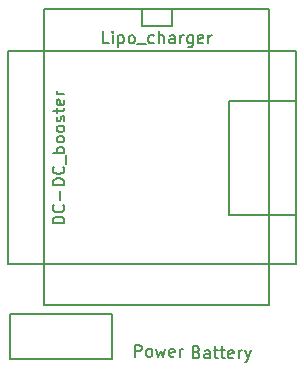
<source format=gto>
G04 #@! TF.FileFunction,Legend,Top*
%FSLAX46Y46*%
G04 Gerber Fmt 4.6, Leading zero omitted, Abs format (unit mm)*
G04 Created by KiCad (PCBNEW 4.0.0-2.201511301921+6191~38~ubuntu15.10.1-stable) date Tue 01 Dec 2015 16:42:38 GMT*
%MOMM*%
G01*
G04 APERTURE LIST*
%ADD10C,0.100000*%
%ADD11C,0.150000*%
G04 APERTURE END LIST*
D10*
D11*
X244856000Y-122174000D02*
X236220000Y-122174000D01*
X236220000Y-122174000D02*
X236220000Y-118364000D01*
X236220000Y-118364000D02*
X244856000Y-118364000D01*
X244856000Y-118364000D02*
X244856000Y-122174000D01*
X249936000Y-92583000D02*
X249936000Y-93980000D01*
X249936000Y-93980000D02*
X247396000Y-93980000D01*
X247396000Y-93980000D02*
X247396000Y-92583000D01*
X258191000Y-117602000D02*
X258191000Y-92583000D01*
X258191000Y-92583000D02*
X239141000Y-92583000D01*
X258191000Y-117602000D02*
X239141000Y-117602000D01*
X239141000Y-117602000D02*
X239141000Y-92583000D01*
X260477000Y-109982000D02*
X254762000Y-109982000D01*
X254762000Y-109982000D02*
X254762000Y-100330000D01*
X254762000Y-100330000D02*
X260477000Y-100330000D01*
X260477000Y-96139000D02*
X260477000Y-114173000D01*
X236093000Y-96139000D02*
X260477000Y-96139000D01*
X236093000Y-114173000D02*
X260477000Y-114173000D01*
X236093000Y-96139000D02*
X236093000Y-114173000D01*
X246816809Y-121991381D02*
X246816809Y-120991381D01*
X247197762Y-120991381D01*
X247293000Y-121039000D01*
X247340619Y-121086619D01*
X247388238Y-121181857D01*
X247388238Y-121324714D01*
X247340619Y-121419952D01*
X247293000Y-121467571D01*
X247197762Y-121515190D01*
X246816809Y-121515190D01*
X247959666Y-121991381D02*
X247864428Y-121943762D01*
X247816809Y-121896143D01*
X247769190Y-121800905D01*
X247769190Y-121515190D01*
X247816809Y-121419952D01*
X247864428Y-121372333D01*
X247959666Y-121324714D01*
X248102524Y-121324714D01*
X248197762Y-121372333D01*
X248245381Y-121419952D01*
X248293000Y-121515190D01*
X248293000Y-121800905D01*
X248245381Y-121896143D01*
X248197762Y-121943762D01*
X248102524Y-121991381D01*
X247959666Y-121991381D01*
X248626333Y-121324714D02*
X248816809Y-121991381D01*
X249007286Y-121515190D01*
X249197762Y-121991381D01*
X249388238Y-121324714D01*
X250150143Y-121943762D02*
X250054905Y-121991381D01*
X249864428Y-121991381D01*
X249769190Y-121943762D01*
X249721571Y-121848524D01*
X249721571Y-121467571D01*
X249769190Y-121372333D01*
X249864428Y-121324714D01*
X250054905Y-121324714D01*
X250150143Y-121372333D01*
X250197762Y-121467571D01*
X250197762Y-121562810D01*
X249721571Y-121658048D01*
X250626333Y-121991381D02*
X250626333Y-121324714D01*
X250626333Y-121515190D02*
X250673952Y-121419952D01*
X250721571Y-121372333D01*
X250816809Y-121324714D01*
X250912048Y-121324714D01*
X252055571Y-121594571D02*
X252198428Y-121642190D01*
X252246047Y-121689810D01*
X252293666Y-121785048D01*
X252293666Y-121927905D01*
X252246047Y-122023143D01*
X252198428Y-122070762D01*
X252103190Y-122118381D01*
X251722237Y-122118381D01*
X251722237Y-121118381D01*
X252055571Y-121118381D01*
X252150809Y-121166000D01*
X252198428Y-121213619D01*
X252246047Y-121308857D01*
X252246047Y-121404095D01*
X252198428Y-121499333D01*
X252150809Y-121546952D01*
X252055571Y-121594571D01*
X251722237Y-121594571D01*
X253150809Y-122118381D02*
X253150809Y-121594571D01*
X253103190Y-121499333D01*
X253007952Y-121451714D01*
X252817475Y-121451714D01*
X252722237Y-121499333D01*
X253150809Y-122070762D02*
X253055571Y-122118381D01*
X252817475Y-122118381D01*
X252722237Y-122070762D01*
X252674618Y-121975524D01*
X252674618Y-121880286D01*
X252722237Y-121785048D01*
X252817475Y-121737429D01*
X253055571Y-121737429D01*
X253150809Y-121689810D01*
X253484142Y-121451714D02*
X253865094Y-121451714D01*
X253626999Y-121118381D02*
X253626999Y-121975524D01*
X253674618Y-122070762D01*
X253769856Y-122118381D01*
X253865094Y-122118381D01*
X254055571Y-121451714D02*
X254436523Y-121451714D01*
X254198428Y-121118381D02*
X254198428Y-121975524D01*
X254246047Y-122070762D01*
X254341285Y-122118381D01*
X254436523Y-122118381D01*
X255150810Y-122070762D02*
X255055572Y-122118381D01*
X254865095Y-122118381D01*
X254769857Y-122070762D01*
X254722238Y-121975524D01*
X254722238Y-121594571D01*
X254769857Y-121499333D01*
X254865095Y-121451714D01*
X255055572Y-121451714D01*
X255150810Y-121499333D01*
X255198429Y-121594571D01*
X255198429Y-121689810D01*
X254722238Y-121785048D01*
X255627000Y-122118381D02*
X255627000Y-121451714D01*
X255627000Y-121642190D02*
X255674619Y-121546952D01*
X255722238Y-121499333D01*
X255817476Y-121451714D01*
X255912715Y-121451714D01*
X256150810Y-121451714D02*
X256388905Y-122118381D01*
X256627001Y-121451714D02*
X256388905Y-122118381D01*
X256293667Y-122356476D01*
X256246048Y-122404095D01*
X256150810Y-122451714D01*
X244618381Y-95448381D02*
X244142190Y-95448381D01*
X244142190Y-94448381D01*
X244951714Y-95448381D02*
X244951714Y-94781714D01*
X244951714Y-94448381D02*
X244904095Y-94496000D01*
X244951714Y-94543619D01*
X244999333Y-94496000D01*
X244951714Y-94448381D01*
X244951714Y-94543619D01*
X245427904Y-94781714D02*
X245427904Y-95781714D01*
X245427904Y-94829333D02*
X245523142Y-94781714D01*
X245713619Y-94781714D01*
X245808857Y-94829333D01*
X245856476Y-94876952D01*
X245904095Y-94972190D01*
X245904095Y-95257905D01*
X245856476Y-95353143D01*
X245808857Y-95400762D01*
X245713619Y-95448381D01*
X245523142Y-95448381D01*
X245427904Y-95400762D01*
X246475523Y-95448381D02*
X246380285Y-95400762D01*
X246332666Y-95353143D01*
X246285047Y-95257905D01*
X246285047Y-94972190D01*
X246332666Y-94876952D01*
X246380285Y-94829333D01*
X246475523Y-94781714D01*
X246618381Y-94781714D01*
X246713619Y-94829333D01*
X246761238Y-94876952D01*
X246808857Y-94972190D01*
X246808857Y-95257905D01*
X246761238Y-95353143D01*
X246713619Y-95400762D01*
X246618381Y-95448381D01*
X246475523Y-95448381D01*
X246999333Y-95543619D02*
X247761238Y-95543619D01*
X248427905Y-95400762D02*
X248332667Y-95448381D01*
X248142190Y-95448381D01*
X248046952Y-95400762D01*
X247999333Y-95353143D01*
X247951714Y-95257905D01*
X247951714Y-94972190D01*
X247999333Y-94876952D01*
X248046952Y-94829333D01*
X248142190Y-94781714D01*
X248332667Y-94781714D01*
X248427905Y-94829333D01*
X248856476Y-95448381D02*
X248856476Y-94448381D01*
X249285048Y-95448381D02*
X249285048Y-94924571D01*
X249237429Y-94829333D01*
X249142191Y-94781714D01*
X248999333Y-94781714D01*
X248904095Y-94829333D01*
X248856476Y-94876952D01*
X250189810Y-95448381D02*
X250189810Y-94924571D01*
X250142191Y-94829333D01*
X250046953Y-94781714D01*
X249856476Y-94781714D01*
X249761238Y-94829333D01*
X250189810Y-95400762D02*
X250094572Y-95448381D01*
X249856476Y-95448381D01*
X249761238Y-95400762D01*
X249713619Y-95305524D01*
X249713619Y-95210286D01*
X249761238Y-95115048D01*
X249856476Y-95067429D01*
X250094572Y-95067429D01*
X250189810Y-95019810D01*
X250666000Y-95448381D02*
X250666000Y-94781714D01*
X250666000Y-94972190D02*
X250713619Y-94876952D01*
X250761238Y-94829333D01*
X250856476Y-94781714D01*
X250951715Y-94781714D01*
X251713620Y-94781714D02*
X251713620Y-95591238D01*
X251666001Y-95686476D01*
X251618382Y-95734095D01*
X251523143Y-95781714D01*
X251380286Y-95781714D01*
X251285048Y-95734095D01*
X251713620Y-95400762D02*
X251618382Y-95448381D01*
X251427905Y-95448381D01*
X251332667Y-95400762D01*
X251285048Y-95353143D01*
X251237429Y-95257905D01*
X251237429Y-94972190D01*
X251285048Y-94876952D01*
X251332667Y-94829333D01*
X251427905Y-94781714D01*
X251618382Y-94781714D01*
X251713620Y-94829333D01*
X252570763Y-95400762D02*
X252475525Y-95448381D01*
X252285048Y-95448381D01*
X252189810Y-95400762D01*
X252142191Y-95305524D01*
X252142191Y-94924571D01*
X252189810Y-94829333D01*
X252285048Y-94781714D01*
X252475525Y-94781714D01*
X252570763Y-94829333D01*
X252618382Y-94924571D01*
X252618382Y-95019810D01*
X252142191Y-95115048D01*
X253046953Y-95448381D02*
X253046953Y-94781714D01*
X253046953Y-94972190D02*
X253094572Y-94876952D01*
X253142191Y-94829333D01*
X253237429Y-94781714D01*
X253332668Y-94781714D01*
X240863381Y-110703620D02*
X239863381Y-110703620D01*
X239863381Y-110465525D01*
X239911000Y-110322667D01*
X240006238Y-110227429D01*
X240101476Y-110179810D01*
X240291952Y-110132191D01*
X240434810Y-110132191D01*
X240625286Y-110179810D01*
X240720524Y-110227429D01*
X240815762Y-110322667D01*
X240863381Y-110465525D01*
X240863381Y-110703620D01*
X240768143Y-109132191D02*
X240815762Y-109179810D01*
X240863381Y-109322667D01*
X240863381Y-109417905D01*
X240815762Y-109560763D01*
X240720524Y-109656001D01*
X240625286Y-109703620D01*
X240434810Y-109751239D01*
X240291952Y-109751239D01*
X240101476Y-109703620D01*
X240006238Y-109656001D01*
X239911000Y-109560763D01*
X239863381Y-109417905D01*
X239863381Y-109322667D01*
X239911000Y-109179810D01*
X239958619Y-109132191D01*
X240482429Y-108703620D02*
X240482429Y-107941715D01*
X240863381Y-107465525D02*
X239863381Y-107465525D01*
X239863381Y-107227430D01*
X239911000Y-107084572D01*
X240006238Y-106989334D01*
X240101476Y-106941715D01*
X240291952Y-106894096D01*
X240434810Y-106894096D01*
X240625286Y-106941715D01*
X240720524Y-106989334D01*
X240815762Y-107084572D01*
X240863381Y-107227430D01*
X240863381Y-107465525D01*
X240768143Y-105894096D02*
X240815762Y-105941715D01*
X240863381Y-106084572D01*
X240863381Y-106179810D01*
X240815762Y-106322668D01*
X240720524Y-106417906D01*
X240625286Y-106465525D01*
X240434810Y-106513144D01*
X240291952Y-106513144D01*
X240101476Y-106465525D01*
X240006238Y-106417906D01*
X239911000Y-106322668D01*
X239863381Y-106179810D01*
X239863381Y-106084572D01*
X239911000Y-105941715D01*
X239958619Y-105894096D01*
X240958619Y-105703620D02*
X240958619Y-104941715D01*
X240863381Y-104703620D02*
X239863381Y-104703620D01*
X240244333Y-104703620D02*
X240196714Y-104608382D01*
X240196714Y-104417905D01*
X240244333Y-104322667D01*
X240291952Y-104275048D01*
X240387190Y-104227429D01*
X240672905Y-104227429D01*
X240768143Y-104275048D01*
X240815762Y-104322667D01*
X240863381Y-104417905D01*
X240863381Y-104608382D01*
X240815762Y-104703620D01*
X240863381Y-103656001D02*
X240815762Y-103751239D01*
X240768143Y-103798858D01*
X240672905Y-103846477D01*
X240387190Y-103846477D01*
X240291952Y-103798858D01*
X240244333Y-103751239D01*
X240196714Y-103656001D01*
X240196714Y-103513143D01*
X240244333Y-103417905D01*
X240291952Y-103370286D01*
X240387190Y-103322667D01*
X240672905Y-103322667D01*
X240768143Y-103370286D01*
X240815762Y-103417905D01*
X240863381Y-103513143D01*
X240863381Y-103656001D01*
X240863381Y-102751239D02*
X240815762Y-102846477D01*
X240768143Y-102894096D01*
X240672905Y-102941715D01*
X240387190Y-102941715D01*
X240291952Y-102894096D01*
X240244333Y-102846477D01*
X240196714Y-102751239D01*
X240196714Y-102608381D01*
X240244333Y-102513143D01*
X240291952Y-102465524D01*
X240387190Y-102417905D01*
X240672905Y-102417905D01*
X240768143Y-102465524D01*
X240815762Y-102513143D01*
X240863381Y-102608381D01*
X240863381Y-102751239D01*
X240815762Y-102036953D02*
X240863381Y-101941715D01*
X240863381Y-101751239D01*
X240815762Y-101656000D01*
X240720524Y-101608381D01*
X240672905Y-101608381D01*
X240577667Y-101656000D01*
X240530048Y-101751239D01*
X240530048Y-101894096D01*
X240482429Y-101989334D01*
X240387190Y-102036953D01*
X240339571Y-102036953D01*
X240244333Y-101989334D01*
X240196714Y-101894096D01*
X240196714Y-101751239D01*
X240244333Y-101656000D01*
X240196714Y-101322667D02*
X240196714Y-100941715D01*
X239863381Y-101179810D02*
X240720524Y-101179810D01*
X240815762Y-101132191D01*
X240863381Y-101036953D01*
X240863381Y-100941715D01*
X240815762Y-100227428D02*
X240863381Y-100322666D01*
X240863381Y-100513143D01*
X240815762Y-100608381D01*
X240720524Y-100656000D01*
X240339571Y-100656000D01*
X240244333Y-100608381D01*
X240196714Y-100513143D01*
X240196714Y-100322666D01*
X240244333Y-100227428D01*
X240339571Y-100179809D01*
X240434810Y-100179809D01*
X240530048Y-100656000D01*
X240863381Y-99751238D02*
X240196714Y-99751238D01*
X240387190Y-99751238D02*
X240291952Y-99703619D01*
X240244333Y-99656000D01*
X240196714Y-99560762D01*
X240196714Y-99465523D01*
M02*

</source>
